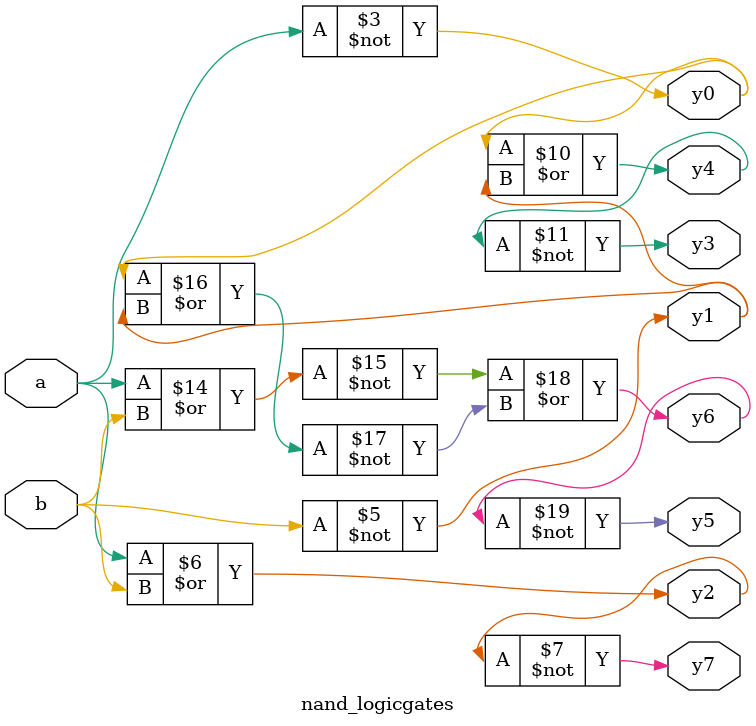
<source format=v>
module nand_logicgates (a, b,y0, y1, y2, y3, y4, y5, y6, y7);
input wire a, b;
 output reg y0, y1, y2, y3, y4, y5, y6, y7;
 

  always @*
  begin

    y0 = ~(a | a);      //NOT of a     
    y1 = ~(b | b);     //NOT of b
    y7 = ~(a | b);       //NOR  
    y2 = ~(y7 | y7);      //OR  (~NOR)
    y3 = ~(y0 | y1);      //AND    (bubbled NOR)
    y4 = ~(y3 | y3);      //NAND   (~AND)
    
    // n  = ~(a & y1);      //XOR    (A*`B|`A*B)
    // l  = ~(b & y0) ; y5 = (~(n&l));
    
    y5 = ~((~(a|b))|(~(y0|y1)));   // XNOR 
    y6 = ~(y5 | y5);     //XNOR   (~)
  end

endmodule
</source>
